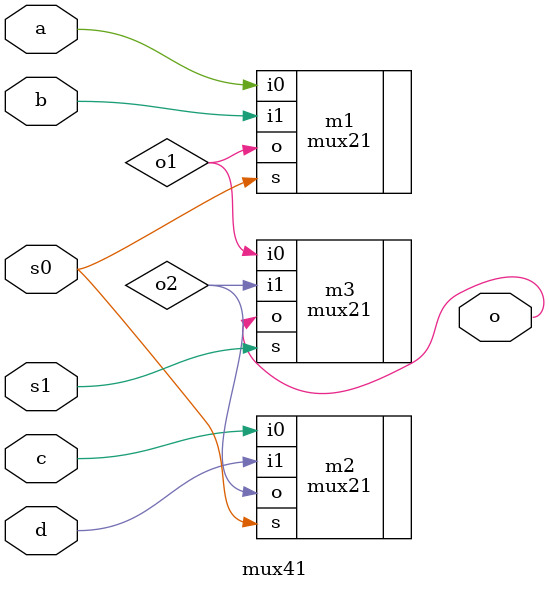
<source format=v>
`include "mux21.v"
`timescale 1ns/1ns

module mux41(a,b,c,d,s0,s1,o);
input a,b,c,d,s0,s1;
output o;
wire o1,o2;
mux21 m1(.i0(a), .i1(b), .s(s0), .o(o1));
mux21 m2(.i0(c), .i1(d), .s(s0), .o(o2));

mux21 m3(.i0(o1), .i1(o2), .s(s1), .o(o));

endmodule
</source>
